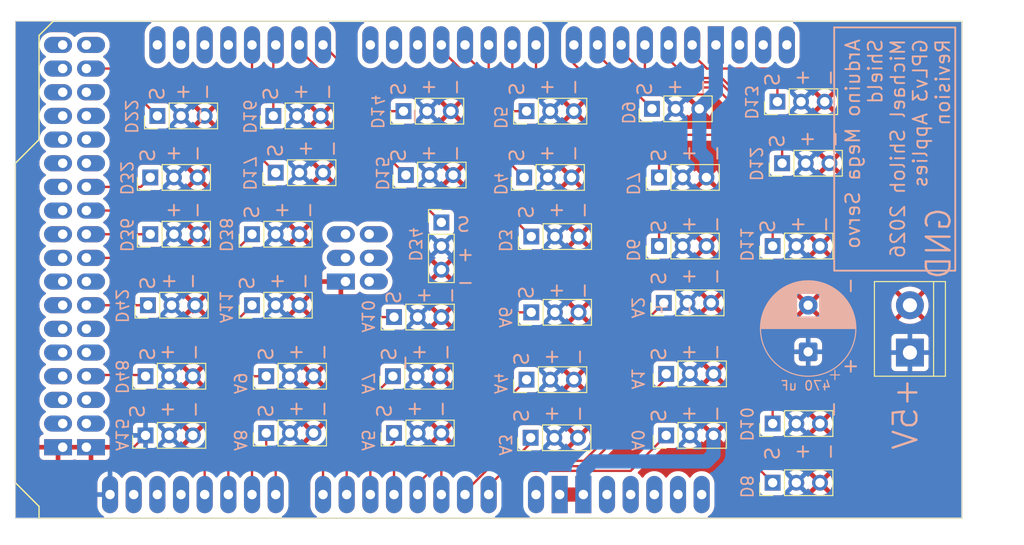
<source format=kicad_pcb>
(kicad_pcb (version 20241229) (generator "pcbnew") (generator_version "9.0")
  (layers (0 "F.Cu" signal) (2 "B.Cu" signal) (13 "F.Paste" user) (15 "B.Paste" user) (5 "F.SilkS" user "F.Silkscreen") (7 "B.SilkS" user "B.Silkscreen") (1 "F.Mask" user) (3 "B.Mask" user) (25 "Edge.Cuts" user))
  (net 0 "")
  (net 3 "+5VP")
  (net 28 "GND")
  (net 33 "Net-(M1-PWM)")
  (net 42 "Net-(M6-PWM)")
  (net 44 "Net-(M11-PWM)")
  (net 45 "Net-(M19-PWM)")
  (net 46 "Net-(M18-PWM)")
  (net 47 "Net-(M12-PWM)")
  (net 48 "Net-(M36-PWM)")
  (net 49 "Net-(M35-PWM)")
  (net 53 "Net-(M4-PWM)")
  (net 54 "Net-(M27-PWM)")
  (net 55 "Net-(M29-PWM)")
  (net 56 "Net-(M23-PWM)")
  (net 57 "Net-(M7-PWM)")
  (net 58 "Net-(M8-PWM)")
  (net 59 "Net-(M31-PWM)")
  (net 60 "Net-(M10-PWM)")
  (net 61 "Net-(M40-PWM)")
  (net 62 "Net-(M34-PWM)")
  (net 63 "Net-(M13-PWM)")
  (net 64 "Net-(M2-PWM)")
  (net 66 "Net-(M17-PWM)")
  (net 67 "Net-(M16-PWM)")
  (net 68 "Net-(M38-PWM)")
  (net 71 "Net-(M20-PWM)")
  (net 72 "Net-(M21-PWM)")
  (net 73 "Net-(M26-PWM)")
  (net 74 "Net-(M25-PWM)")
  (net 75 "Net-(M9-PWM)")
  (net 76 "Net-(M28-PWM)")
  (net 78 "Net-(M14-PWM)")
  (net 79 "Net-(M30-PWM)")
  (net 80 "Net-(M3-PWM)")
  (net 81 "Net-(M15-PWM)")
  (net 82 "Net-(M37-PWM)")
  (footprint "Connector_PinHeader_2.54mm:PinHeader_1x03_P2.54mm_Vertical" (layer "F.Cu") (at 39.624 48.26 90)
    (property "Reference" "M2" (hide yes))
    (property "Value" "Motor_Servo" (hide yes))
  )
  (footprint "Connector_PinHeader_2.54mm:PinHeader_1x03_P2.54mm_Vertical" (layer "F.Cu") (at 94.488 34.544 90)
    (property "Reference" "M18" (hide yes))
    (property "Value" "Motor_Servo" (hide yes))
  )
  (footprint "Connector_PinHeader_2.54mm:PinHeader_1x03_P2.54mm_Vertical" (layer "F.Cu") (at 80.773 40.893 90)
    (property "Reference" "M23" (hide yes))
    (property "Value" "Motor_Servo" (hide yes))
  )
  (footprint "Connector_PinHeader_2.54mm:PinHeader_1x03_P2.54mm_Vertical" (layer "F.Cu") (at 94.488 41.91 90)
    (property "Reference" "M17" (hide yes))
    (property "Value" "Motor_Servo" (hide yes))
  )
  (footprint "Connector_PinHeader_2.54mm:PinHeader_1x03_P2.54mm_Vertical" (layer "F.Cu") (at 80.772 49.022 90)
    (property "Reference" "M16" (hide yes))
    (property "Value" "Motor_Servo" (hide yes))
  )
  (footprint "Connector_PinHeader_2.54mm:PinHeader_1x03_P2.54mm_Vertical" (layer "F.Cu") (at 95.25 62.23 90)
    (property "Reference" "M37" (hide yes))
    (property "Value" "Motor_Servo" (hide yes))
  )
  (footprint "TerminalBlock:TerminalBlock_bornier-2_P5.08mm" (layer "F.Cu") (at 121.412 53.34 90)
    (property "Reference" "J1" (hide yes))
    (property "Value" "Screw_Terminal_01x02" (hide yes))
  )
  (footprint "Connector_PinHeader_2.54mm:PinHeader_1x03_P2.54mm_Vertical" (layer "F.Cu") (at 50.8 48.26 90)
    (property "Reference" "M13" (hide yes))
    (property "Value" "Motor_Servo" (hide yes))
  )
  (footprint "Connector_PinHeader_2.54mm:PinHeader_1x03_P2.54mm_Vertical" (layer "F.Cu") (at 39.878 40.64 90)
    (property "Reference" "M31" (hide yes))
    (property "Value" "Motor_Servo" (hide yes))
  )
  (footprint "Connector_PinHeader_2.54mm:PinHeader_1x03_P2.54mm_Vertical" (layer "F.Cu") (at 106.68 60.96 90)
    (property "Reference" "M36" (hide yes))
    (property "Value" "Motor_Servo" (hide yes))
  )
  (footprint "Connector_PinHeader_2.54mm:PinHeader_1x03_P2.54mm_Vertical" (layer "F.Cu") (at 52.324 61.976 90)
    (property "Reference" "M14" (hide yes))
    (property "Value" "Motor_Servo" (hide yes))
  )
  (footprint "Connector_PinHeader_2.54mm:PinHeader_1x03_P2.54mm_Vertical" (layer "F.Cu") (at 67.31 34.29 90)
    (property "Reference" "M12" (hide yes))
    (property "Value" "Motor_Servo" (hide yes))
  )
  (footprint "Connector_PinHeader_2.54mm:PinHeader_1x03_P2.54mm_Vertical" (layer "F.Cu") (at 66.04 49.53 90)
    (property "Reference" "M34" (hide yes))
    (property "Value" "Motor_Servo" (hide yes))
  )
  (footprint "Connector_PinHeader_2.54mm:PinHeader_1x03_P2.54mm_Vertical" (layer "F.Cu") (at 80.704 62.484 90)
    (property "Reference" "M20" (hide yes))
    (property "Value" "Motor_Servo" (hide yes))
  )
  (footprint "Connector_PinHeader_2.54mm:PinHeader_1x03_P2.54mm_Vertical" (layer "F.Cu") (at 67.056 27.432 90)
    (property "Reference" "M11" (hide yes))
    (property "Value" "Motor_Servo" (hide yes))
  )
  (footprint "Connector_PinHeader_2.54mm:PinHeader_1x03_P2.54mm_Vertical" (layer "F.Cu") (at 52.324 55.88 90)
    (property "Reference" "M30" (hide yes))
    (property "Value" "Motor_Servo" (hide yes))
  )
  (footprint "Connector_PinHeader_2.54mm:PinHeader_1x03_P2.54mm_Vertical" (layer "F.Cu") (at 94.996 48.006 90)
    (property "Reference" "M27" (hide yes))
    (property "Value" "Motor_Servo" (hide yes))
  )
  (footprint "Connector_PinHeader_2.54mm:PinHeader_1x03_P2.54mm_Vertical" (layer "F.Cu") (at 65.92 55.88 90)
    (property "Reference" "M10" (hide yes))
    (property "Value" "Motor_Servo" (hide yes))
  )
  (footprint "Connector_PinHeader_2.54mm:PinHeader_1x03_P2.54mm_Vertical" (layer "F.Cu") (at 107.696 33.02 90)
    (property "Reference" "M15" (hide yes))
    (property "Value" "Motor_Servo" (hide yes))
  )
  (footprint "Connector_PinHeader_2.54mm:PinHeader_1x03_P2.54mm_Vertical" (layer "F.Cu") (at 66.04 61.976 90)
    (property "Reference" "M9" (hide yes))
    (property "Value" "Motor_Servo" (hide yes))
  )
  (footprint "Connector_PinHeader_2.54mm:PinHeader_1x03_P2.54mm_Vertical" (layer "F.Cu") (at 80.264 27.432 90)
    (property "Reference" "M26" (hide yes))
    (property "Value" "Motor_Servo" (hide yes))
  )
  (footprint "Connector_PinHeader_2.54mm:PinHeader_1x03_P2.54mm_Vertical" (layer "F.Cu") (at 40.64 27.94 90)
    (property "Reference" "M1" (hide yes))
    (property "Value" "Motor_Servo" (hide yes))
  )
  (footprint "Connector_PinHeader_2.54mm:PinHeader_1x03_P2.54mm_Vertical" (layer "F.Cu") (at 53.086 27.94 90)
    (property "Reference" "M6" (hide yes))
    (property "Value" "Motor_Servo" (hide yes))
  )
  (footprint "Connector_PinHeader_2.54mm:PinHeader_1x03_P2.54mm_Vertical" (layer "F.Cu") (at 71.12 39.37)
    (property "Reference" "M28" (hide yes))
    (property "Value" "Motor_Servo" (hide yes))
  )
  (footprint "Connector_PinHeader_2.54mm:PinHeader_1x03_P2.54mm_Vertical" (layer "F.Cu") (at 107.188 26.416 90)
    (property "Reference" "M40" (hide yes))
    (property "Value" "Motor_Servo" (hide yes))
  )
  (footprint "Connector_PinHeader_2.54mm:PinHeader_1x03_P2.54mm_Vertical" (layer "F.Cu") (at 106.68 41.91 90)
    (property "Reference" "M38" (hide yes))
    (property "Value" "Motor_Servo" (hide yes))
  )
  (footprint "Connector_PinHeader_2.54mm:PinHeader_1x03_P2.54mm_Vertical" (layer "F.Cu") (at 80.01 34.544 90)
    (property "Reference" "M25" (hide yes))
    (property "Value" "Motor_Servo" (hide yes))
  )
  (footprint "Connector_PinHeader_2.54mm:PinHeader_1x03_P2.54mm_Vertical" (layer "F.Cu") (at 106.68 67.31 90)
    (property "Reference" "M35" (hide yes))
    (property "Value" "Motor_Servo" (hide yes))
  )
  (footprint "Connector_PinHeader_2.54mm:PinHeader_1x03_P2.54mm_Vertical" (layer "F.Cu") (at 80.264 56.25 90)
    (property "Reference" "M21" (hide yes))
    (property "Value" "Motor_Servo" (hide yes))
  )
  (footprint "Connector_PinHeader_2.54mm:PinHeader_1x03_P2.54mm_Vertical" (layer "F.Cu") (at 39.878 34.544 90)
    (property "Reference" "M3" (hide yes))
    (property "Value" "Motor_Servo" (hide yes))
  )
  (footprint "Connector_PinHeader_2.54mm:PinHeader_1x03_P2.54mm_Vertical" (layer "F.Cu") (at 39.37 62.23 90)
    (property "Reference" "M5" (hide yes))
    (property "Value" "Motor_Servo" (hide yes))
  )
  (footprint "Connector_PinHeader_2.54mm:PinHeader_1x03_P2.54mm_Vertical" (layer "F.Cu") (at 39.37 55.88 90)
    (property "Reference" "M4" (hide yes))
    (property "Value" "Motor_Servo" (hide yes))
  )
  (footprint "Connector_PinHeader_2.54mm:PinHeader_1x03_P2.54mm_Vertical" (layer "F.Cu") (at 53.34 34.036 90)
    (property "Reference" "M7" (hide yes))
    (property "Value" "Motor_Servo" (hide yes))
  )
  (footprint "Connector_PinHeader_2.54mm:PinHeader_1x03_P2.54mm_Vertical" (layer "F.Cu") (at 50.8 40.64 90)
    (property "Reference" "M8" (hide yes))
    (property "Value" "Motor_Servo" (hide yes))
  )
  (footprint "Connector_PinHeader_2.54mm:PinHeader_1x03_P2.54mm_Vertical" (layer "F.Cu") (at 95.25 55.626 90)
    (property "Reference" "M29" (hide yes))
    (property "Value" "Motor_Servo" (hide yes))
  )
  (footprint "Connector_PinHeader_2.54mm:PinHeader_1x03_P2.54mm_Vertical" (layer "F.Cu") (at 93.726 27.178 90)
    (property "Reference" "M19" (hide yes))
    (property "Value" "Motor_Servo" (hide yes))
  )
  (footprint "arduino-library:Arduino_Mega2560_Shield" (layer "B.Cu") (at 127 71.12 180)
    (property "Reference" "XA1" (hide yes))
    (property "Value" "Arduino_Mega2560_Shield")
  )
  (footprint "Capacitor_THT:CP_Radial_D10.0mm_P5.00mm" (layer "B.Cu") (at 110.49 53.26 90)
    (property "Reference" "C3" (hide yes))
    (property "Value" "470 uF")
  )
  (gr_line (start 25.4 71.12) (end 25.4 17.78) (stroke (width 0.1)) (layer "Edge.Cuts"))
  (gr_line (start 127 71.12) (end 25.4 71.12) (stroke (width 0.1)) (layer "Edge.Cuts"))
  (gr_line (start 127 17.78) (end 127 71.12) (stroke (width 0.1)) (layer "Edge.Cuts"))
  (gr_line (start 25.4 17.78) (end 127 17.78) (stroke (width 0.1)) (layer "Edge.Cuts"))
  (gr_text "S" (at 78.74 54.864 270) (layer "B.SilkS") (effects (font (size 1.5 1.5) (thickness 0.2)) (justify left bottom mirror)))
  (gr_text "S" (at 51.308 54.356 270) (layer "B.SilkS") (effects (font (size 1.5 1.5) (thickness 0.2)) (justify left bottom mirror)))
  (gr_text "A6" (at 77.216 50.8 270) (layer "B.SilkS") (effects (font (size 1.27 1.27) (thickness 0.1778)) (justify left bottom mirror)))
  (gr_text "-" (at 99.972 46.228 270) (layer "B.SilkS") (effects (font (size 1.5 1.5) (thickness 0.2)) (justify left bottom mirror)))
  (gr_text "GND" (at 125.984 37.592 90) (layer "B.SilkS") (effects (font (size 2.54 2.54) (thickness 0.254)) (justify left bottom mirror)))
  (gr_text "+" (at 55.824 32.512 270) (layer "B.SilkS") (effects (font (size 1.5 1.5) (thickness 0.2)) (justify left bottom mirror)))
  (gr_text "S" (at 105.156 40.64 270) (layer "B.SilkS") (effects (font (size 1.5 1.5) (thickness 0.2)) (justify left bottom mirror)))
  (gr_text "+" (at 109.164 65.024 270) (layer "B.SilkS") (effects (font (size 1.5 1.5) (thickness 0.2)) (justify left bottom mirror)))
  (gr_text "S" (at 49.276 46.736 270) (layer "B.SilkS") (effects (font (size 1.5 1.5) (thickness 0.2)) (justify left bottom mirror)))
  (gr_text "S" (at 79.248 39.116 270) (layer "B.SilkS") (effects (font (size 1.5 1.5) (thickness 0.2)) (justify left bottom mirror)))
  (gr_text "+" (at 96.972 33.02 270) (layer "B.SilkS") (effects (font (size 1.5 1.5) (thickness 0.2)) (justify left bottom mirror)))
  (gr_text "-" (at 85.748 47.752 270) (layer "B.SilkS") (effects (font (size 1.5 1.5) (thickness 0.2)) (justify left bottom mirror)))
  (gr_text "D15" (at 64.008 36.068 270) (layer "B.SilkS") (effects (font (size 1.27 1.27) (thickness 0.1778)) (justify left bottom mirror)))
  (gr_text "-" (at 44.196 33.02 270) (layer "B.SilkS") (effects (font (size 1.5 1.5) (thickness 0.2)) (justify left bottom mirror)))
  (gr_text "-" (at 72.032 33.02 270) (layer "B.SilkS") (effects (font (size 1.5 1.5) (thickness 0.2)) (justify left bottom mirror)))
  (gr_text "A11" (at 47.244 50.292 270) (layer "B.SilkS") (effects (font (size 1.27 1.27) (thickness 0.1778)) (justify left bottom mirror)))
  (gr_text "+" (at 54.808 54.356 270) (layer "B.SilkS") (effects (font (size 1.5 1.5) (thickness 0.2)) (justify left bottom mirror)))
  (gr_text "-" (at 112.5 60.5 270) (layer "B.SilkS") (effects (font (size 1.5 1.5) (thickness 0.2)) (justify left bottom mirror)))
  (gr_text "+" (at 41.656 33.02 270) (layer "B.SilkS") (effects (font (size 1.5 1.5) (thickness 0.2)) (justify left bottom mirror)))
  (gr_text "-" (at 111.656 40.64 270) (layer "B.SilkS") (effects (font (size 1.5 1.5) (thickness 0.2)) (justify left bottom mirror)))
  (gr_text "-" (at 70.508 60.452 270) (layer "B.SilkS") (effects (font (size 1.5 1.5) (thickness 0.2)) (justify left bottom mirror)))
  (gr_text "+" (at 96.972 46.228 270) (layer "B.SilkS") (effects (font (size 1.5 1.5) (thickness 0.2)) (justify left bottom mirror)))
  (gr_text "S" (at 65.532 33.02 270) (layer "B.SilkS") (effects (font (size 1.5 1.5) (thickness 0.2)) (justify left bottom mirror)))
  (gr_text "S" (at 64.516 54.356 270) (layer "B.SilkS") (effects (font (size 1.5 1.5) (thickness 0.2)) (justify left bottom mirror)))
  (gr_text "-" (at 99.972 54.356 270) (layer "B.SilkS") (effects (font (size 1.5 1.5) (thickness 0.2)) (justify left bottom mirror)))
  (gr_text "D32" (at 36.576 36.576 270) (layer "B.SilkS") (effects (font (size 1.27 1.27) (thickness 0.1778)) (justify left bottom mirror)))
  (gr_text "+" (at 108.656 40.64 270) (layer "B.SilkS") (effects (font (size 1.5 1.5) (thickness 0.2)) (justify left bottom mirror)))
  (gr_text "S" (at 51.816 26.416 270) (layer "B.SilkS") (effects (font (size 1.5 1.5) (thickness 0.2)) (justify left bottom mirror)))
  (gr_text "+" (at 41 54.356 270) (layer "B.SilkS") (effects (font (size 1.5 1.5) (thickness 0.2)) (justify left bottom mirror)))
  (gr_text "S" (at 65.024 48.26 270) (layer "B.SilkS") (effects (font (size 1.5 1.5) (thickness 0.2)) (justify left bottom mirror)))
  (gr_text "D4" (at 76.708 36.576 270) (layer "B.SilkS") (effects (font (size 1.27 1.27) (thickness 0.1778)) (justify left bottom mirror)))
  (gr_text "+" (at 69.032 33.02 270) (layer "B.SilkS") (effects (font (size 1.5 1.5) (thickness 0.2)) (justify left bottom mirror)))
  (gr_text "+" (at 68.016 54.356 270) (layer "B.SilkS") (effects (font (size 1.5 1.5) (thickness 0.2)) (justify left bottom mirror)))
  (gr_text "S" (at 39.624 26.416 270) (layer "B.SilkS") (effects (font (size 1.5 1.5) (thickness 0.2)) (justify left bottom mirror)))
  (gr_text "-" (at 56.284 39.116 270) (layer "B.SilkS") (effects (font (size 1.5 1.5) (thickness 0.2)) (justify left bottom mirror)))
  (gr_text "A7" (at 62.484 57.912 270) (layer "B.SilkS") (effects (font (size 1.27 1.27) (thickness 0.1778)) (justify left bottom mirror)))
  (gr_text "A4" (at 76.708 57.912 270) (layer "B.SilkS") (effects (font (size 1.27 1.27) (thickness 0.1778)) (justify left bottom mirror)))
  (gr_text "-" (at 58.316 26.416 270) (layer "B.SilkS") (effects (font (size 1.5 1.5) (thickness 0.2)) (justify left bottom mirror)))
  (gr_text "+" (at 81.732 25.908 270) (layer "B.SilkS") (effects (font (size 1.5 1.5) (thickness 0.2)) (justify left bottom mirror)))
  (gr_text "D36" (at 36.576 42.672 270) (layer "B.SilkS") (effects (font (size 1.27 1.27) (thickness 0.1778)) (justify left bottom mirror)))
  (gr_text "-" (at 112.164 24.892 270) (layer "B.SilkS") (effects (font (size 1.5 1.5) (thickness 0.2)) (justify left bottom mirror)))
  (gr_text "-" (at 99.972 60.96 270) (layer "B.SilkS") (effects (font (size 1.5 1.5) (thickness 0.2)) (justify left bottom mirror)))
  (gr_text "+" (at 69.032 25.908 270) (layer "B.SilkS") (effects (font (size 1.5 1.5) (thickness 0.2)) (justify left bottom mirror)))
  (gr_text "+" (at 114.3 55.88 270) (layer "B.SilkS") (effects (font (size 1.5 1.5) (thickness 0.2)) (justify left bottom mirror)))
  (gr_text "S" (at 93.472 54.356 270) (layer "B.SilkS") (effects (font (size 1.5 1.5) (thickness 0.2)) (justify left bottom mirror)))
  (gr_text "S" (at 64.008 60.452 270) (layer "B.SilkS") (effects (font (size 1.5 1.5) (thickness 0.2)) (justify left bottom mirror)))
  (gr_text "D14" (at 63.5 29.464 270) (layer "B.SilkS") (effects (font (size 1.27 1.27) (thickness 0.1778)) (justify left bottom mirror)))
  (gr_text "A2" (at 91.44 49.784 270) (layer "B.SilkS") (effects (font (size 1.27 1.27) (thickness 0.1778)) (justify left bottom mirror)))
  (gr_text "A15" (at 36.068 64.008 270) (layer "B.SilkS") (effects (font (size 1.27 1.27) (thickness 0.1778)) (justify left bottom mirror)))
  (gr_text "D17" (at 49.784 36.068 270) (layer "B.SilkS") (effects (font (size 1.27 1.27) (thickness 0.1778)) (justify left bottom mirror)))
  (gr_text "S" (at 51.308 60.452 270) (layer "B.SilkS") (effects (font (size 1.5 1.5) (thickness 0.2)) (justify left bottom mirror)))
  (gr_text "A9" (at 48.768 57.912 270) (layer "B.SilkS") (effects (font (size 1.27 1.27) (thickness 0.1778)) (justify left bottom mirror)))
  (gr_text "S" (at 52.324 32.512 270) (layer "B.SilkS") (effects (font (size 1.5 1.5) (thickness 0.2)) (justify left bottom mirror)))
  (gr_text "-" (at 43.688 46.736 270) (layer "B.SilkS") (effects (font (size 1.5 1.5) (thickness 0.2)) (justify left bottom mirror)))
  (gr_text "+" (at 52.776 46.736 270) (layer "B.SilkS") (effects (font (size 1.5 1.5) (thickness 0.2)) (justify left bottom mirror)))
  (gr_text "+" (at 41.656 39.116 270) (layer "B.SilkS") (effects (font (size 1.5 1.5) (thickness 0.2)) (justify left bottom mirror)))
  (gr_text "S" (at 105.664 24.892 270) (layer "B.SilkS") (effects (font (size 1.5 1.5) (thickness 0.2)) (justify left bottom mirror)))
  (gr_text "+" (at 96.972 40.64 270) (layer "B.SilkS") (effects (font (size 1.5 1.5) (thickness 0.2)) (justify left bottom mirror)))
  (gr_text "D48" (at 36.068 57.912 270) (layer "B.SilkS") (effects (font (size 1.27 1.27) (thickness 0.1778)) (justify left bottom mirror)))
  (gr_text "S" (at 37.5 60.5 270) (layer "B.SilkS") (effects (font (size 1.5 1.5) (thickness 0.2)) (justify left bottom mirror)))
  (gr_text "S" (at 91.948 25.908 270) (layer "B.SilkS") (effects (font (size 1.5 1.5) (thickness 0.2)) (justify left bottom mirror)))
  (gr_text "-" (at 45.212 26.416 270) (layer "B.SilkS") (effects (font (size 1.5 1.5) (thickness 0.2)) (justify left bottom mirror)))
  (gr_text "D9" (at 90.424 28.956 270) (layer "B.SilkS") (effects (font (size 1.27 1.27) (thickness 0.1778)) (justify left bottom mirror)))
  (gr_text "-" (at 112.672 31.496 270) (layer "B.SilkS") (effects (font (size 1.5 1.5) (thickness 0.2)) (justify left bottom mirror)))
  (gr_text "+" (at 96.972 54.356 270) (layer "B.SilkS") (effects (font (size 1.5 1.5) (thickness 0.2)) (justify left bottom mirror)))
  (gr_text "-" (at 99.972 40.64 270) (layer "B.SilkS") (effects (font (size 1.5 1.5) (thickness 0.2)) (justify left bottom mirror)))
  (gr_text "+" (at 96.972 60.96 270) (layer "B.SilkS") (effects (font (size 1.5 1.5) (thickness 0.2)) (justify left bottom mirror)))
  (gr_text "D5" (at 76.708 29.464 270) (layer "B.SilkS") (effects (font (size 1.27 1.27) (thickness 0.1778)) (justify left bottom mirror)))
  (gr_text "+" (at 82.24 54.864 270) (layer "B.SilkS") (effects (font (size 1.5 1.5) (thickness 0.2)) (justify left bottom mirror)))
  (gr_text "-" (at 44.5 29 270) (layer "B.SilkS") (effects (font (size 1.5 1.5) (thickness 0.2)) (justify left bottom mirror)))
  (gr_text "-" (at 98.448 25.908 270) (layer "B.SilkS") (effects (font (size 1.5 1.5) (thickness 0.2)) (justify left bottom mirror)))
  (gr_text "D6" (at 90.932 43.688 270) (layer "B.SilkS") (effects (font (size 1.27 1.27) (thickness 0.1778)) (justify left bottom mirror)))
  (gr_text "S" (at 38.608 46.736 270) (layer "B.SilkS") (effects (font (size 1.5 1.5) (thickness 0.2)) (justify left bottom mirror)))
  (gr_text "S" (at 65.532 25.908 270) (layer "B.SilkS") (effects (font (size 1.5 1.5) (thickness 0.2)) (justify left bottom mirror)))
  (gr_text "-" (at 71.524 48.26 270) (layer "B.SilkS") (effects (font (size 1.5 1.5) (thickness 0.2)) (justify left bottom mirror)))
  (gr_text "+5V" (at 122.428 55.88 90) (layer "B.SilkS") (effects (font (size 2.54 2.54) (thickness 0.254)) (justify left bottom mirror)))
  (gr_text "-" (at 44.196 39.116 270) (layer "B.SilkS") (effects (font (size 1.5 1.5) (thickness 0.2)) (justify left bottom mirror)))
  (gr_text "S" (at 38.608 54.356 270) (layer "B.SilkS") (effects (font (size 1.5 1.5) (thickness 0.2)) (justify left bottom mirror)))
  (gr_text "S" (at 105.664 65.024 270) (layer "B.SilkS") (effects (font (size 1.5 1.5) (thickness 0.2)) (justify left bottom mirror)))
  (gr_text "+" (at 81.732 33.02 270) (layer "B.SilkS") (effects (font (size 1.5 1.5) (thickness 0.2)) (justify left bottom mirror)))
  (gr_text "D34" (at 67.564 43.688 270) (layer "B.SilkS") (effects (font (size 1.27 1.27) (thickness 0.1778)) (justify left bottom mirror)))
  (gr_text "+" (at 41.148 46.736 270) (layer "B.SilkS") (effects (font (size 1.5 1.5) (thickness 0.2)) (justify left bottom mirror)))
  (gr_text "-" (at 55.776 46.736 270) (layer "B.SilkS") (effects (font (size 1.5 1.5) (thickness 0.2)) (justify left bottom mirror)))
  (gr_text "+" (at 67.508 60.452 270) (layer "B.SilkS") (effects (font (size 1.5 1.5) (thickness 0.2)) (justify left bottom mirror)))
  (gr_text "-" (at 97 49.5 270) (layer "B.SilkS") (effects (font (size 1.5 1.5) (thickness 0.2)) (justify left bottom mirror)))
  (gr_text "S" (at 93.472 40.64 270) (layer "B.SilkS") (effects (font (size 1.5 1.5) (thickness 0.2)) (justify left bottom mirror)))
  (gr_text "-" (at 57.808 60.452 270) (layer "B.SilkS") (effects (font (size 1.5 1.5) (thickness 0.2)) (justify left bottom mirror)))
  (gr_text "+" (at 82.24 60.96 270) (layer "B.SilkS") (effects (font (size 1.5 1.5) (thickness 0.2)) (justify left bottom mirror)))
  (gr_text "D13" (at 103.632 28.448 270) (layer "B.SilkS") (effects (font (size 1.27 1.27) (thickness 0.1778)) (justify left bottom mirror)))
  (gr_text "S" (at 93.472 60.96 270) (layer "B.SilkS") (effects (font (size 1.5 1.5) (thickness 0.2)) (justify left bottom mirror)))
  (gr_text "S" (at 72.644 38.608 180) (layer "B.SilkS") (effects (font (size 1.5 1.5) (thickness 0.2)) (justify left bottom mirror)))
  (gr_text "-" (at 58.824 32.512 270) (layer "B.SilkS") (effects (font (size 1.5 1.5) (thickness 0.2)) (justify left bottom mirror)))
  (gr_text "S" (at 78.74 60.96 270) (layer "B.SilkS") (effects (font (size 1.5 1.5) (thickness 0.2)) (justify left bottom mirror)))
  (gr_text "S" (at 49.784 39.116 270) (layer "B.SilkS") (effects (font (size 1.5 1.5) (thickness 0.2)) (justify left bottom mirror)))
  (gr_text "D38" (at 47.244 42.672 270) (layer "B.SilkS") (effects (font (size 1.27 1.27) (thickness 0.1778)) (justify left bottom mirror)))
  (gr_text "-" (at 71.016 54.356 270) (layer "B.SilkS") (effects (font (size 1.5 1.5) (thickness 0.2)) (justify left bottom mirror)))
  (gr_text "-" (at 72.644 45.108 180) (layer "B.SilkS") (effects (font (size 1.5 1.5) (thickness 0.2)) (justify left bottom mirror)))
  (gr_text "+" (at 109.672 31.496 270) (layer "B.SilkS") (effects (font (size 1.5 1.5) (thickness 0.2)) (justify left bottom mirror)))
  (gr_text "+" (at 55.316 26.416 270) (layer "B.SilkS") (effects (font (size 1.5 1.5) (thickness 0.2)) (justify left bottom mirror)))
  (gr_text "D7" (at 90.932 36.576 270) (layer "B.SilkS") (effects (font (size 1.27 1.27) (thickness 0.1778)) (justify left bottom mirror)))
  (gr_text "-" (at 57.808 54.356 270) (layer "B.SilkS") (effects (font (size 1.5 1.5) (thickness 0.2)) (justify left bottom mirror)))
  (gr_text "+" (at 72.644 42.108 180) (layer "B.SilkS") (effects (font (size 1.5 1.5) (thickness 0.2)) (justify left bottom mirror)))
  (gr_text "-" (at 44 60.5 270) (layer "B.SilkS") (effects (font (size 1.5 1.5) (thickness 0.2)) (justify left bottom mirror)))
  (gr_text "D10" (at 103.124 62.992 270) (layer "B.SilkS") (effects (font (size 1.27 1.27) (thickness 0.1778)) (justify left bottom mirror)))
  (gr_text "+" (at 42.672 26.416 270) (layer "B.SilkS") (effects (font (size 1.5 1.5) (thickness 0.2)) (justify left bottom mirror)))
  (gr_text "S" (at 78.232 25.908 270) (layer "B.SilkS") (effects (font (size 1.5 1.5) (thickness 0.2)) (justify left bottom mirror)))
  (gr_text "+" (at 82.748 47.752 270) (layer "B.SilkS") (effects (font (size 1.5 1.5) (thickness 0.2)) (justify left bottom mirror)))
  (gr_text "A0" (at 91.44 64.008 270) (layer "B.SilkS") (effects (font (size 1.27 1.27) (thickness 0.1778)) (justify left bottom mirror)))
  (gr_text "-" (at 112.164 65.024 270) (layer "B.SilkS") (effects (font (size 1.5 1.5) (thickness 0.2)) (justify left bottom mirror)))
  (gr_text "-" (at 85.748 39.116 270) (layer "B.SilkS") (effects (font (size 1.5 1.5) (thickness 0.2)) (justify left bottom mirror)))
  (gr_text "-" (at 72.032 25.908 270) (layer "B.SilkS") (effects (font (size 1.5 1.5) (thickness 0.2)) (justify left bottom mirror)))
  (gr_text "A8" (at 48.768 64.008 270) (layer "B.SilkS") (effects (font (size 1.27 1.27) (thickness 0.1778)) (justify left bottom mirror)))
  (gr_text "+" (at 94 49.5 270) (layer "B.SilkS") (effects (font (size 1.5 1.5) (thickness 0.2)) (justify left bottom mirror)))
  (gr_text "+" (at 53.284 39.116 270) (layer "B.SilkS") (effects (font (size 1.5 1.5) (thickness 0.2)) (justify left bottom mirror)))
  (gr_text "A5\n" (at 62.484 64.008 270) (layer "B.SilkS") (effects (font (size 1.27 1.27) (thickness 0.1778)) (justify left bottom mirror)))
  (gr_text "S" (at 93.472 46.228 270) (layer "B.SilkS") (effects (font (size 1.5 1.5) (thickness 0.2)) (justify left bottom mirror)))
  (gr_text "D22" (at 37.084 29.972 270) (layer "B.SilkS") (effects (font (size 1.27 1.27) (thickness 0.1778)) (justify left bottom mirror)))
  (gr_text "A10" (at 62.484 51.308 270) (layer "B.SilkS") (effects (font (size 1.27 1.27) (thickness 0.1778)) (justify left bottom mirror)))
  (gr_text "+" (at 41 60.5 270) (layer "B.SilkS") (effects (font (size 1.5 1.5) (thickness 0.2)) (justify left bottom mirror)))
  (gr_text "-" (at 67.5 29 270) (layer "B.SilkS") (effects (font (size 1.5 1.5) (thickness 0.2)) (justify left bottom mirror)))
  (gr_text "S" (at 78.232 33.02 270) (layer "B.SilkS") (effects (font (size 1.5 1.5) (thickness 0.2)) (justify left bottom mirror)))
  (gr_text "D42" (at 36.068 50.292 270) (layer "B.SilkS") (effects (font (size 1.27 1.27) (thickness 0.1778)) (justify left bottom mirror)))
  (gr_text "S" (at 79.248 47.752 270) (layer "B.SilkS") (effects (font (size 1.5 1.5) (thickness 0.2)) (justify left bottom mirror)))
  (gr_text "+" (at 68.524 48.26 270) (layer "B.SilkS") (effects (font (size 1.5 1.5) (thickness 0.2)) (justify left bottom mirror)))
  (gr_text "A3" (at 77.216 64.516 270) (layer "B.SilkS") (effects (font (size 1.27 1.27) (thickness 0.1778)) (justify left bottom mirror)))
  (gr_text "S" (at 93.472 33.02 270) (layer "B.SilkS") (effects (font (size 1.5 1.5) (thickness 0.2)) (justify left bottom mirror)))
  (gr_text "-" (at 85.24 54.864 270) (layer "B.SilkS") (effects (font (size 1.5 1.5) (thickness 0.2)) (justify left bottom mirror)))
  (gr_text "+" (at 109.164 24.892 270) (layer "B.SilkS") (effects (font (size 1.5 1.5) (thickness 0.2)) (justify left bottom mirror)))
  (gr_text "-" (at 99.972 33.02 270) (layer "B.SilkS") (effects (font (size 1.5 1.5) (thickness 0.2)) (justify left bottom mirror)))
  (gr_text "-" (at 84.732 33.02 270) (layer "B.SilkS") (effects (font (size 1.5 1.5) (thickness 0.2)) (justify left bottom mirror)))
  (gr_text "-" (at 85.24 60.96 270) (layer "B.SilkS") (effects (font (size 1.5 1.5) (thickness 0.2)) (justify left bottom mirror)))
  (gr_text "-" (at 44 54.356 270) (layer "B.SilkS") (effects (font (size 1.5 1.5) (thickness 0.2)) (justify left bottom mirror)))
  (gr_text "S" (at 106.172 31.496 270) (layer "B.SilkS") (effects (font (size 1.5 1.5) (thickness 0.2)) (justify left bottom mirror)))
  (gr_text "-" (at 84.732 25.908 270) (layer "B.SilkS") (effects (font (size 1.5 1.5) (thickness 0.2)) (justify left bottom mirror)))
  (gr_text "D8" (at 103.124 69.088 270) (layer "B.SilkS") (effects (font (size 1.27 1.27) (thickness 0.1778)) (justify left bottom mirror)))
  (gr_text "D3" (at 77.216 42.672 270) (layer "B.SilkS") (effects (font (size 1.27 1.27) (thickness 0.1778)) (justify left bottom mirror)))
  (gr_text "+" (at 54.808 60.452 270) (layer "B.SilkS") (effects (font (size 1.5 1.5) (thickness 0.2)) (justify left bottom mirror)))
  (gr_text "D11" (at 103.124 43.688 270) (layer "B.SilkS") (effects (font (size 1.27 1.27) (thickness 0.1778)) (justify left bottom mirror)))
  (gr_text "+" (at 82.748 39.116 270) (layer "B.SilkS") (effects (font (size 1.5 1.5) (thickness 0.2)) (justify left bottom mirror)))
  (gr_text "D12" (at 104.14 35.052 270) (layer "B.SilkS") (effects (font (size 1.27 1.27) (thickness 0.1778)) (justify left bottom mirror)))
  (gr_text "+" (at 95.448 25.908 270) (layer "B.SilkS") (effects (font (size 1.5 1.5) (thickness 0.2)) (justify left bottom mirror)))
  (gr_text "A1" (at 91.44 57.404 270) (layer "B.SilkS") (effects (font (size 1.27 1.27) (thickness 0.1778)) (justify left bottom mirror)))
  (gr_text "D16" (at 49.784 29.972 270) (layer "B.SilkS") (effects (font (size 1.27 1.27) (thickness 0.1778)) (justify left bottom mirror)))
  (gr_text "-" (at 114.3 47.244 270) (layer "B.SilkS") (effects (font (size 1.5 1.5) (thickness 0.2)) (justify left bottom mirror)))
  (gr_text "S" (at 38.608 33.02 270) (layer "B.SilkS") (effects (font (size 1.5 1.5) (thickness 0.2)) (justify left bottom mirror)))
  (gr_text "-" (at 66.5 55.5 270) (layer "B.SilkS") (effects (font (size 1.5 1.5) (thickness 0.2)) (justify left bottom mirror)))
  (gr_text_box "Arduino Mega Servo \nShield\nMichael Shiloh 2026\nGPLv3 Applies\nRevision \n" (start 113.284 18.443) (end 126.278 44.549) (margins 1.225 1.225 1.225 1.225) (angle 90) (layer "B.SilkS") (effects (font (size 1.5 1.5) (thickness 0.2)) (justify left top mirror)) (border yes) (stroke (width 0.2)))
  (segment (start 39.37 62.23) (end 35.56 66.04) (width 0.25) (layer "F.Cu") (net 3))
  (segment (start 35.56 66.04) (end 35.56 68.58) (width 0.25) (layer "F.Cu") (net 3))
  (segment (start 86.36 68.58) (end 83.82 68.58) (width 1.524) (layer "F.Cu") (net 28))
  (segment (start 44.704 48.768) (end 44.45 49.022) (width 0.25) (layer "F.Cu") (net 28))
  (segment (start 98.806 27.178) (end 98.806 31.75) (width 1.524) (layer "B.Cu") (net 28))
  (segment (start 100.33 64.262) (end 99.568 65.024) (width 1.524) (layer "B.Cu") (net 28))
  (segment (start 86.36 66.04) (end 87.376 65.024) (width 1.524) (layer "B.Cu") (net 28))
  (segment (start 100.33 64.262) (end 100.33 62.23) (width 1.524) (layer "B.Cu") (net 28))
  (segment (start 100.584 20.32) (end 100.584 25.4) (width 1.524) (layer "B.Cu") (net 28))
  (segment (start 99.568 32.512) (end 99.568 34.544) (width 1.524) (layer "B.Cu") (net 28))
  (segment (start 86.36 66.04) (end 86.36 68.58) (width 1.524) (layer "B.Cu") (net 28))
  (segment (start 87.376 65.024) (end 99.568 65.024) (width 1.524) (layer "B.Cu") (net 28))
  (segment (start 98.806 31.75) (end 99.568 32.512) (width 1.524) (layer "B.Cu") (net 28))
  (segment (start 100.584 25.4) (end 98.806 27.178) (width 1.524) (layer "B.Cu") (net 28))
  (segment (start 40.64 27.94) (end 35.56 22.86) (width 0.25) (layer "F.Cu") (net 33))
  (segment (start 35.56 22.86) (end 33.02 22.86) (width 0.25) (layer "F.Cu") (net 33))
  (segment (start 53.086 27.94) (end 53.086 20.574) (width 0.25) (layer "F.Cu") (net 42))
  (segment (start 65.532 27.432) (end 58.42 20.32) (width 0.25) (layer "F.Cu") (net 44))
  (segment (start 67.056 27.432) (end 65.532 27.432) (width 0.25) (layer "F.Cu") (net 44))
  (segment (start 93.726 27.178) (end 87.884 21.336) (width 0.25) (layer "F.Cu") (net 45))
  (segment (start 94.488 34.544) (end 94.488 31.496) (width 0.25) (layer "F.Cu") (net 46))
  (segment (start 81.788 23.876) (end 81.28 23.368) (width 0.25) (layer "F.Cu") (net 46))
  (segment (start 81.28 23.368) (end 81.28 20.32) (width 0.25) (layer "F.Cu") (net 46))
  (segment (start 94.488 31.496) (end 86.868 23.876) (width 0.25) (layer "F.Cu") (net 46))
  (segment (start 86.868 23.876) (end 81.788 23.876) (width 0.25) (layer "F.Cu") (net 46))
  (segment (start 64.008 26.54581) (end 60.387095 22.924905) (width 0.25) (layer "F.Cu") (net 47))
  (segment (start 67.31 34.29) (end 64.008 30.988) (width 0.25) (layer "F.Cu") (net 47))
  (segment (start 57.962105 22.924905) (end 55.88 20.8428) (width 0.25) (layer "F.Cu") (net 47))
  (segment (start 60.387095 22.924905) (end 57.962105 22.924905) (width 0.25) (layer "F.Cu") (net 47))
  (segment (start 64.008 30.988) (end 64.008 26.54581) (width 0.25) (layer "F.Cu") (net 47))
  (segment (start 100.584 24.892) (end 104.648 28.956) (width 0.25) (layer "F.Cu") (net 48))
  (segment (start 104.648 55.372) (end 106.68 57.404) (width 0.25) (layer "F.Cu") (net 48))
  (segment (start 90.424 20.95781) (end 94.35819 24.892) (width 0.25) (layer "F.Cu") (net 48))
  (segment (start 94.35819 24.892) (end 100.584 24.892) (width 0.25) (layer "F.Cu") (net 48))
  (segment (start 106.68 57.404) (end 106.68 60.96) (width 0.25) (layer "F.Cu") (net 48))
  (segment (start 104.648 28.956) (end 104.648 55.372) (width 0.25) (layer "F.Cu") (net 48))
  (segment (start 86.36 23.368) (end 85.344 22.352) (width 0.25) (layer "F.Cu") (net 49))
  (segment (start 104.14 30.988) (end 103.124 29.972) (width 0.25) (layer "F.Cu") (net 49))
  (segment (start 85.344 22.352) (end 85.344 20.32) (width 0.25) (layer "F.Cu") (net 49))
  (segment (start 87.376 23.368) (end 86.36 23.368) (width 0.25) (layer "F.Cu") (net 49))
  (segment (start 93.98 29.972) (end 87.376 23.368) (width 0.25) (layer "F.Cu") (net 49))
  (segment (start 103.124 29.972) (end 93.98 29.972) (width 0.25) (layer "F.Cu") (net 49))
  (segment (start 104.14 64.77) (end 104.14 30.988) (width 0.25) (layer "F.Cu") (net 49))
  (segment (start 106.68 67.31) (end 104.14 64.77) (width 0.25) (layer "F.Cu") (net 49))
  (segment (start 38.5 55.75) (end 33.15 55.75) (width 0.25) (layer "F.Cu") (net 53))
  (segment (start 71.12 65.532) (end 71.12 68.58) (width 0.25) (layer "F.Cu") (net 54))
  (segment (start 92.456 50.546) (end 92.456 58.928) (width 0.25) (layer "F.Cu") (net 54))
  (segment (start 86.424905 64.959095) (end 71.692905 64.959095) (width 0.25) (layer "F.Cu") (net 54))
  (segment (start 92.456 58.928) (end 86.424905 64.959095) (width 0.25) (layer "F.Cu") (net 54))
  (segment (start 94.996 48.006) (end 92.456 50.546) (width 0.25) (layer "F.Cu") (net 54))
  (segment (start 71.692905 64.959095) (end 71.12 65.532) (width 0.25) (layer "F.Cu") (net 54))
  (segment (start 86.868 65.532) (end 92.964 59.436) (width 0.25) (layer "F.Cu") (net 55))
  (segment (start 73.66 68.301252) (end 76.429252 65.532) (width 0.25) (layer "F.Cu") (net 55))
  (segment (start 76.429252 65.532) (end 86.868 65.532) (width 0.25) (layer "F.Cu") (net 55))
  (segment (start 92.964 58.42) (end 95.25 56.134) (width 0.25) (layer "F.Cu") (net 55))
  (segment (start 92.964 59.436) (end 92.964 58.42) (width 0.25) (layer "F.Cu") (net 55))
  (segment (start 74.168 34.288) (end 74.168 23.8908) (width 0.25) (layer "F.Cu") (net 56))
  (segment (start 80.773 40.893) (end 74.168 34.288) (width 0.25) (layer "F.Cu") (net 56))
  (segment (start 74.168 23.8908) (end 71.12 20.8428) (width 0.25) (layer "F.Cu") (net 56))
  (segment (start 53.34 34.036) (end 50.8 31.496) (width 0.25) (layer "F.Cu") (net 57))
  (segment (start 50.8 31.496) (end 50.8 20.32) (width 0.25) (layer "F.Cu") (net 57))
  (segment (start 50.8 40.64) (end 48.26 43.18) (width 0.25) (layer "F.Cu") (net 58))
  (segment (start 33.02 43.18) (end 48.26 43.18) (width 0.25) (layer "F.Cu") (net 58))
  (segment (start 39.878 40.64) (end 33.02 40.64) (width 0.25) (layer "F.Cu") (net 59))
  (segment (start 65.92 55.88) (end 58.42 63.38) (width 0.25) (layer "F.Cu") (net 60))
  (segment (start 58.42 63.38) (end 58.42 68.58) (width 0.25) (layer "F.Cu") (net 60))
  (segment (start 99.6084 22.86) (end 106.68 22.86) (width 0.25) (layer "F.Cu") (net 61))
  (segment (start 98.044 21.2956) (end 99.6084 22.86) (width 0.25) (layer "F.Cu") (net 61))
  (segment (start 107.188 23.368) (end 107.188 26.416) (width 0.25) (layer "F.Cu") (net 61))
  (segment (start 106.68 22.86) (end 107.188 23.368) (width 0.25) (layer "F.Cu") (net 61))
  (segment (start 57.912 50.292) (end 49.784 50.292) (width 0.25) (layer "F.Cu") (net 62))
  (segment (start 66.04 49.53) (end 58.674 49.53) (width 0.25) (layer "F.Cu") (net 62))
  (segment (start 58.674 49.53) (end 57.912 50.292) (width 0.25) (layer "F.Cu") (net 62))
  (segment (start 49.784 50.292) (end 48.26 51.816) (width 0.25) (layer "F.Cu") (net 62))
  (segment (start 48.26 51.816) (end 48.26 68.58) (width 0.25) (layer "F.Cu") (net 62))
  (segment (start 46.228 52.832) (end 46.228 63.5) (width 0.25) (layer "F.Cu") (net 63))
  (segment (start 46.228 63.5) (end 45.72 64.008) (width 0.25) (layer "F.Cu") (net 63))
  (segment (start 50.8 48.26) (end 46.228 52.832) (width 0.25) (layer "F.Cu") (net 63))
  (segment (start 45.72 64.008) (end 45.72 68.58) (width 0.25) (layer "F.Cu") (net 63))
  (segment (start 39.624 48.26) (end 33.02 48.26) (width 0.25) (layer "F.Cu") (net 64))
  (segment (start 79.312905 24.448905) (end 78.74 23.876) (width 0.25) (layer "F.Cu") (net 66))
  (segment (start 92.456 30.10181) (end 86.803095 24.448905) (width 0.25) (layer "F.Cu") (net 66))
  (segment (start 94.488 38.1) (end 92.456 36.068) (width 0.25) (layer "F.Cu") (net 66))
  (segment (start 92.456 36.068) (end 92.456 30.10181) (width 0.25) (layer "F.Cu") (net 66))
  (segment (start 94.488 41.91) (end 94.488 38.1) (width 0.25) (layer "F.Cu") (net 66))
  (segment (start 78.74 23.876) (end 78.74 20.32) (width 0.25) (layer "F.Cu") (net 66))
  (segment (start 86.803095 24.448905) (end 79.312905 24.448905) (width 0.25) (layer "F.Cu") (net 66))
  (segment (start 73.152 50.8) (end 73.152 56.896) (width 0.25) (layer "F.Cu") (net 67))
  (segment (start 73.152 56.896) (end 72.131095 57.916905) (width 0.25) (layer "F.Cu") (net 67))
  (segment (start 74.93 49.022) (end 73.152 50.8) (width 0.25) (layer "F.Cu") (net 67))
  (segment (start 60.96 61.47781) (end 60.96 68.58) (width 0.25) (layer "F.Cu") (net 67))
  (segment (start 72.131095 57.916905) (end 64.520905 57.916905) (width 0.25) (layer "F.Cu") (net 67))
  (segment (start 80.772 49.022) (end 74.93 49.022) (width 0.25) (layer "F.Cu") (net 67))
  (segment (start 64.520905 57.916905) (end 60.96 61.47781) (width 0.25) (layer "F.Cu") (net 67))
  (segment (start 106.68 41.91) (end 106.68 37.592) (width 0.25) (layer "F.Cu") (net 68))
  (segment (start 105.156 36.068) (end 105.156 28.448) (width 0.25) (layer "F.Cu") (net 68))
  (segment (start 92.964 22.86) (end 92.964 20.32) (width 0.25) (layer "F.Cu") (net 68))
  (segment (start 106.68 37.592) (end 105.156 36.068) (width 0.25) (layer "F.Cu") (net 68))
  (segment (start 105.156 28.448) (end 101.035 24.327) (width 0.25) (layer "F.Cu") (net 68))
  (segment (start 101.035 24.327) (end 94.431 24.327) (width 0.25) (layer "F.Cu") (net 68))
  (segment (start 94.431 24.327) (end 92.964 22.86) (width 0.25) (layer "F.Cu") (net 68))
  (segment (start 79.248 64.508095) (end 80.704 63.052095) (width 0.25) (layer "F.Cu") (net 71))
  (segment (start 68.58 67.43419) (end 71.506095 64.508095) (width 0.25) (layer "F.Cu") (net 71))
  (segment (start 71.506095 64.508095) (end 79.248 64.508095) (width 0.25) (layer "F.Cu") (net 71))
  (segment (start 78.74 57.774) (end 78.74 63.5) (width 0.25) (layer "F.Cu") (net 72))
  (segment (start 80.264 56.25) (end 78.74 57.774) (width 0.25) (layer "F.Cu") (net 72))
  (segment (start 78.182905 64.057095) (end 67.514905 64.057095) (width 0.25) (layer "F.Cu") (net 72))
  (segment (start 66.04 65.532) (end 66.04 68.58) (width 0.25) (layer "F.Cu") (net 72))
  (segment (start 67.514905 64.057095) (end 66.04 65.532) (width 0.25) (layer "F.Cu") (net 72))
  (segment (start 78.74 63.5) (end 78.182905 64.057095) (width 0.25) (layer "F.Cu") (net 72))
  (segment (start 80.264 27.432) (end 77.724 27.432) (width 0.25) (layer "F.Cu") (net 73))
  (segment (start 76.2 25.908) (end 76.2 20.32) (width 0.25) (layer "F.Cu") (net 73))
  (segment (start 77.724 27.432) (end 76.2 25.908) (width 0.25) (layer "F.Cu") (net 73))
  (segment (start 75.184 22.86) (end 73.66 21.336) (width 0.25) (layer "F.Cu") (net 74))
  (segment (start 75.184 29.718) (end 75.184 22.86) (width 0.25) (layer "F.Cu") (net 74))
  (segment (start 80.01 34.544) (end 75.184 29.718) (width 0.25) (layer "F.Cu") (net 74))
  (segment (start 66.04 62.992) (end 63.5 65.532) (width 0.25) (layer "F.Cu") (net 75))
  (segment (start 66.04 61.976) (end 66.04 62.992) (width 0.25) (layer "F.Cu") (net 75))
  (segment (start 63.5 65.532) (end 63.5 68.58) (width 0.25) (layer "F.Cu") (net 75))
  (segment (start 71.12 39.37) (end 69.85 38.1) (width 0.25) (layer "F.Cu") (net 76))
  (segment (start 69.85 38.1) (end 33.02 38.1) (width 0.25) (layer "F.Cu") (net 76))
  (segment (start 52.324 64.008) (end 53.34 65.024) (width 0.25) (layer "F.Cu") (net 78))
  (segment (start 52.324 61.976) (end 52.324 64.008) (width 0.25) (layer "F.Cu") (net 78))
  (segment (start 53.34 65.024) (end 53.34 68.58) (width 0.25) (layer "F.Cu") (net 78))
  (segment (start 50.8 65.024) (end 50.8 68.58) (width 0.25) (layer "F.Cu") (net 79))
  (segment (start 49.784 56.896) (end 49.784 64.008) (width 0.25) (layer "F.Cu") (net 79))
  (segment (start 49.784 64.008) (end 50.8 65.024) (width 0.25) (layer "F.Cu") (net 79))
  (segment (start 52.324 55.88) (end 50.8 55.88) (width 0.25) (layer "F.Cu") (net 79))
  (segment (start 50.8 55.88) (end 49.784 56.896) (width 0.25) (layer "F.Cu") (net 79))
  (segment (start 38.862 35.56) (end 33.02 35.56) (width 0.25) (layer "F.Cu") (net 80))
  (segment (start 39.878 34.544) (end 38.862 35.56) (width 0.25) (layer "F.Cu") (net 80))
  (segment (start 101.22181 23.876) (end 97.536 23.876) (width 0.25) (layer "F.Cu") (net 81))
  (segment (start 97.536 23.876) (end 95.504 21.844) (width 0.25) (layer "F.Cu") (net 81))
  (segment (start 107.696 30.35019) (end 101.22181 23.876) (width 0.25) (layer "F.Cu") (net 81))
  (segment (start 107.696 33.02) (end 107.696 30.35019) (width 0.25) (layer "F.Cu") (net 81))
  (segment (start 91.44 66.04) (end 95.25 62.23) (width 0.25) (layer "F.Cu") (net 82))
  (segment (start 76.2 67.678626) (end 77.838626 66.04) (width 0.25) (layer "F.Cu") (net 82))
  (segment (start 77.838626 66.04) (end 91.44 66.04) (width 0.25) (layer "F.Cu") (net 82))
  (zone (net 28) (net_name "GND") (layer "F.Cu") (priority 1) (connect_pads (clearance 0.508)) (min_thickness 0.25) (fill yes (thermal_gap 0.5) (thermal_bridge_width 0.5))
    (polygon (pts (xy 130.5 74) (xy 130.048 15.5) (xy 23.75 16.25) (xy 23.75 73.5)))
  )
  (zone (net 3) (net_name "+5VP") (layer "B.Cu") (connect_pads (clearance 0.508)) (min_thickness 0.25) (fill yes (thermal_gap 0.5) (thermal_bridge_width 0.5))
    (polygon (pts (xy 129.5 45.25) (xy 130 15.5) (xy 23.75 16.25) (xy 23.75 73.5) (xy 130.5 74)))
  )
)
</source>
